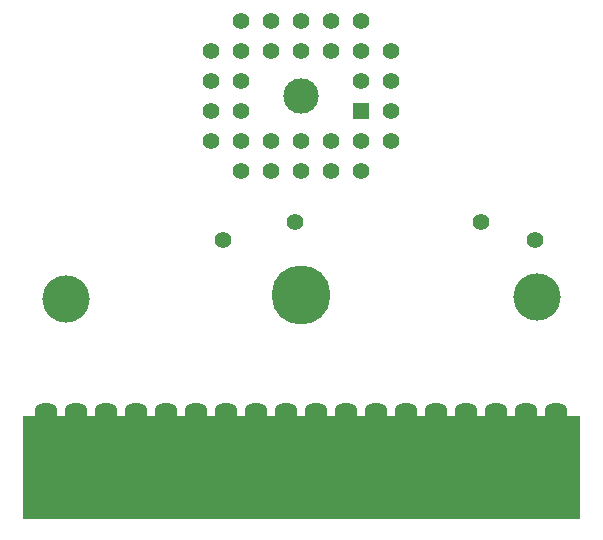
<source format=gbr>
%TF.GenerationSoftware,KiCad,Pcbnew,(6.99.0-1875-gfe1a5267a2)*%
%TF.CreationDate,2022-07-20T16:18:23+02:00*%
%TF.ProjectId,Vectorblade_PLCC32_THT_Kicad6,56656374-6f72-4626-9c61-64655f504c43,rev?*%
%TF.SameCoordinates,Original*%
%TF.FileFunction,Soldermask,Bot*%
%TF.FilePolarity,Negative*%
%FSLAX46Y46*%
G04 Gerber Fmt 4.6, Leading zero omitted, Abs format (unit mm)*
G04 Created by KiCad (PCBNEW (6.99.0-1875-gfe1a5267a2)) date 2022-07-20 16:18:23*
%MOMM*%
%LPD*%
G01*
G04 APERTURE LIST*
G04 Aperture macros list*
%AMRoundRect*
0 Rectangle with rounded corners*
0 $1 Rounding radius*
0 $2 $3 $4 $5 $6 $7 $8 $9 X,Y pos of 4 corners*
0 Add a 4 corners polygon primitive as box body*
4,1,4,$2,$3,$4,$5,$6,$7,$8,$9,$2,$3,0*
0 Add four circle primitives for the rounded corners*
1,1,$1+$1,$2,$3*
1,1,$1+$1,$4,$5*
1,1,$1+$1,$6,$7*
1,1,$1+$1,$8,$9*
0 Add four rect primitives between the rounded corners*
20,1,$1+$1,$2,$3,$4,$5,0*
20,1,$1+$1,$4,$5,$6,$7,0*
20,1,$1+$1,$6,$7,$8,$9,0*
20,1,$1+$1,$8,$9,$2,$3,0*%
G04 Aperture macros list end*
%ADD10C,1.422400*%
%ADD11C,3.000000*%
%ADD12R,1.422400X1.422400*%
%ADD13RoundRect,0.717550X-0.222250X-3.778250X0.222250X-3.778250X0.222250X3.778250X-0.222250X3.778250X0*%
%ADD14C,4.000000*%
%ADD15C,5.000000*%
G04 APERTURE END LIST*
D10*
%TO.C,*%
X150876000Y-96012000D03*
%TD*%
D11*
%TO.C,U1*%
X157480000Y-83820000D03*
D12*
X162559999Y-85089999D03*
D10*
X165100000Y-82550000D03*
X162560000Y-82550000D03*
X165100000Y-80010000D03*
X162560000Y-77470000D03*
X162560000Y-80010000D03*
X160020000Y-77470000D03*
X160020000Y-80010000D03*
X157480000Y-77470000D03*
X157480000Y-80010000D03*
X154940000Y-77470000D03*
X154940000Y-80010000D03*
X152400000Y-77470000D03*
X149860000Y-80010000D03*
X152400000Y-80010000D03*
X149860000Y-82550000D03*
X152400000Y-82550000D03*
X149860000Y-85090000D03*
X152400000Y-85090000D03*
X149860000Y-87630000D03*
X152400000Y-90170000D03*
X152400000Y-87630000D03*
X154940000Y-90170000D03*
X154940000Y-87630000D03*
X157480000Y-90170000D03*
X157480000Y-87630000D03*
X160020000Y-90170000D03*
X160020000Y-87630000D03*
X162560000Y-90170000D03*
X165100000Y-87630000D03*
X162560000Y-87630000D03*
X165100000Y-85090000D03*
%TD*%
D13*
%TO.C,CON3*%
X179070000Y-114300000D03*
X176530000Y-114300000D03*
X173990000Y-114300000D03*
X171450000Y-114300000D03*
X168910000Y-114300000D03*
X166370000Y-114300000D03*
X163830000Y-114300000D03*
X161290000Y-114300000D03*
X158750000Y-114300000D03*
X156210000Y-114300000D03*
X153670000Y-114300000D03*
X151130000Y-114300000D03*
X148590000Y-114300000D03*
X146050000Y-114300000D03*
X143510000Y-114300000D03*
X140970000Y-114300000D03*
X138430000Y-114300000D03*
X135890000Y-114300000D03*
%TD*%
D14*
%TO.C,@HOLE1*%
X177398000Y-100825600D03*
%TD*%
D10*
%TO.C,*%
X177292000Y-96012000D03*
%TD*%
D15*
%TO.C,@HOLE0*%
X157498000Y-100725600D03*
%TD*%
D14*
%TO.C,@HOLE2*%
X137598000Y-101025600D03*
%TD*%
D10*
%TO.C,*%
X156972000Y-94488000D03*
%TD*%
%TO.C,*%
X172720000Y-94488000D03*
%TD*%
G36*
X181098707Y-110899293D02*
G01*
X181099000Y-110900000D01*
X181099000Y-119625600D01*
X181098707Y-119626307D01*
X181098000Y-119626600D01*
X133900000Y-119626600D01*
X133899293Y-119626307D01*
X133899000Y-119625600D01*
X133899000Y-110900000D01*
X133899293Y-110899293D01*
X133900000Y-110899000D01*
X181098000Y-110899000D01*
X181098707Y-110899293D01*
G37*
M02*

</source>
